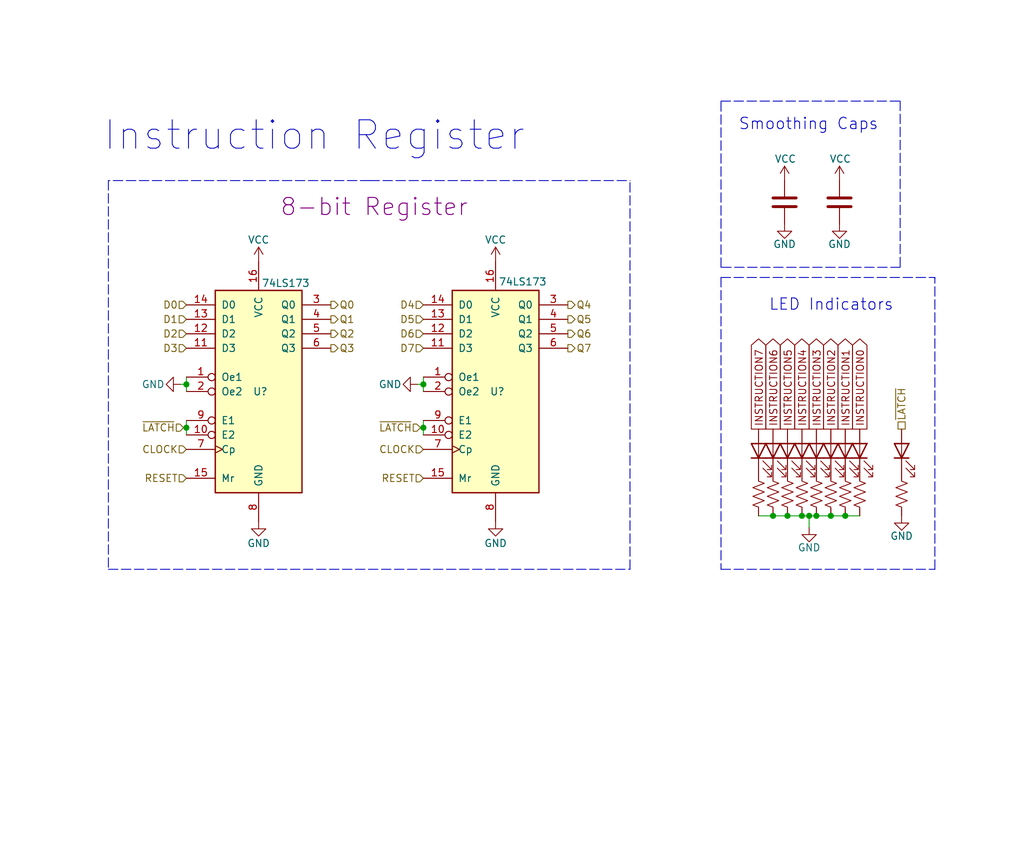
<source format=kicad_sch>
(kicad_sch (version 20211123) (generator eeschema)
  (paper "User" 180.01 148.006)
  (lib_symbols
    (symbol "74xx:74LS173" (pin_names (offset 1.016))
      (property "Reference" "U" (at -7.62 19.05 0))
      (property "Value" "74LS173" (at -7.62 -19.05 0))
      (symbol "74LS173_1_0"
        (pin input inverted (at -12.7 2.54 0) (length 5.08) (name "Oe1") (number "1"))
        (pin input inverted (at -12.7 -7.62 0) (length 5.08) (name "E2") (number "10"))
        (pin input line (at -12.7 7.62 0) (length 5.08) (name "D3") (number "11"))
        (pin input line (at -12.7 10.16 0) (length 5.08) (name "D2") (number "12"))
        (pin input line (at -12.7 12.7 0) (length 5.08) (name "D1") (number "13"))
        (pin input line (at -12.7 15.24 0) (length 5.08) (name "D0") (number "14"))
        (pin input line (at -12.7 -15.24 0) (length 5.08) (name "Mr") (number "15"))
        (pin power_in line (at 0 22.86 270) (length 5.08) (name "VCC") (number "16"))
        (pin input inverted (at -12.7 0 0) (length 5.08) (name "Oe2") (number "2"))
        (pin tri_state line (at 12.7 15.24 180) (length 5.08) (name "Q0") (number "3"))
        (pin tri_state line (at 12.7 12.7 180) (length 5.08) (name "Q1") (number "4"))
        (pin tri_state line (at 12.7 10.16 180) (length 5.08) (name "Q2") (number "5"))
        (pin tri_state line (at 12.7 7.62 180) (length 5.08) (name "Q3") (number "6"))
        (pin input clock (at -12.7 -10.16 0) (length 5.08) (name "Cp") (number "7"))
        (pin power_in line (at 0 -22.86 90) (length 5.08) (name "GND") (number "8"))
        (pin input inverted (at -12.7 -5.08 0) (length 5.08) (name "E1") (number "9"))
      )
      (symbol "74LS173_1_1"
        (rectangle (start -7.62 17.78) (end 7.62 -17.78) (stroke (width 0.254)) (fill (type background)))
      )
    )
    (symbol "Device:C" (pin_numbers hide) (pin_names (offset 0.254))
      (property "Reference" "C" (at 0.635 2.54 0))
      (property "Value" "C" (at 0.635 -2.54 0))
      (symbol "C_0_1"
        (polyline (pts (xy -2.032 -0.762) (xy 2.032 -0.762)) (stroke (width 0.508)))
        (polyline (pts (xy -2.032 0.762) (xy 2.032 0.762)) (stroke (width 0.508)))
      )
      (symbol "C_1_1"
        (pin passive line (at 0 3.81 270) (length 2.794) (name "~") (number "1"))
        (pin passive line (at 0 -3.81 90) (length 2.794) (name "~") (number "2"))
      )
    )
    (symbol "Device:LED" (pin_numbers hide) (pin_names (offset 1.016) hide)
      (property "Reference" "D" (at 0 2.54 0))
      (property "Value" "LED" (at 0 -2.54 0))
      (symbol "LED_0_1"
        (polyline (pts (xy -1.27 -1.27) (xy -1.27 1.27)) (stroke (width 0.254)))
        (polyline (pts (xy -1.27 0) (xy 1.27 0)))
        (polyline (pts (xy 1.27 -1.27) (xy 1.27 1.27) (xy -1.27 0) (xy 1.27 -1.27)) (stroke (width 0.254)))
        (polyline (pts (xy -3.048 -0.762) (xy -4.572 -2.286) (xy -3.81 -2.286) (xy -4.572 -2.286) (xy -4.572 -1.524)))
        (polyline (pts (xy -1.778 -0.762) (xy -3.302 -2.286) (xy -2.54 -2.286) (xy -3.302 -2.286) (xy -3.302 -1.524)))
      )
      (symbol "LED_1_1"
        (pin passive line (at -3.81 0 0) (length 2.54) (name "K") (number "1"))
        (pin passive line (at 3.81 0 180) (length 2.54) (name "A") (number "2"))
      )
    )
    (symbol "Device:R_US" (pin_numbers hide) (pin_names (offset 0))
      (property "Reference" "R" (at 2.54 0 90))
      (property "Value" "R_US" (at -2.54 0 90))
      (symbol "R_US_0_1"
        (polyline (pts (xy 0 -2.286) (xy 0 -2.54)))
        (polyline (pts (xy 0 2.286) (xy 0 2.54)))
        (polyline (pts (xy 0 -0.762) (xy 1.016 -1.143) (xy 0 -1.524) (xy -1.016 -1.905) (xy 0 -2.286)))
        (polyline (pts (xy 0 0.762) (xy 1.016 0.381) (xy 0 0) (xy -1.016 -0.381) (xy 0 -0.762)))
        (polyline (pts (xy 0 2.286) (xy 1.016 1.905) (xy 0 1.524) (xy -1.016 1.143) (xy 0 0.762)))
      )
      (symbol "R_US_1_1"
        (pin passive line (at 0 3.81 270) (length 1.27) (name "~") (number "1"))
        (pin passive line (at 0 -3.81 90) (length 1.27) (name "~") (number "2"))
      )
    )
    (symbol "power:GND" (power) (pin_names (offset 0))
      (property "Value" "GND" (at 0 -3.81 0))
      (symbol "GND_0_1"
        (polyline (pts (xy 0 0) (xy 0 -1.27) (xy 1.27 -1.27) (xy 0 -2.54) (xy -1.27 -1.27) (xy 0 -1.27)))
      )
      (symbol "GND_1_1"
        (pin power_in line (at 0 0 270) (length 0) hide (name "GND") (number "1"))
      )
    )
    (symbol "power:VCC" (power) (pin_names (offset 0))
      (property "Value" "VCC" (at 0 3.81 0))
      (symbol "VCC_0_1"
        (polyline (pts (xy -0.762 1.27) (xy 0 2.54)))
        (polyline (pts (xy 0 0) (xy 0 2.54)))
        (polyline (pts (xy 0 2.54) (xy 0.762 1.27)))
      )
      (symbol "VCC_1_1"
        (pin power_in line (at 0 0 90) (length 0) hide (name "VCC") (number "1"))
      )
    )
  )
  (junction (at 74.422 67.564))
  (junction (at 74.422 75.184))
  (junction (at 143.51 90.678))
  (junction (at 138.43 90.678))
  (junction (at 146.05 90.678))
  (junction (at 148.59 90.678))
  (junction (at 32.766 75.184))
  (junction (at 140.97 90.678))
  (junction (at 135.89 90.678))
  (junction (at 32.766 67.564))
  (junction (at 142.24 90.678))
  (wire (pts (xy 142.24 90.678) (xy 142.24 92.71)))
  (wire (pts (xy 143.51 90.678) (xy 146.05 90.678)))
  (polyline (pts (xy 126.746 48.768) (xy 164.338 48.768)))
  (wire (pts (xy 138.43 90.678) (xy 140.97 90.678)))
  (wire (pts (xy 135.89 90.678) (xy 138.43 90.678)))
  (polyline (pts (xy 126.746 48.768) (xy 126.746 100.076)))
  (polyline (pts (xy 126.746 46.99) (xy 126.746 17.78)))
  (wire (pts (xy 74.422 67.564) (xy 74.422 68.834)))
  (polyline (pts (xy 65.024 31.75) (xy 19.05 31.75)))
  (polyline (pts (xy 65.024 31.75) (xy 110.744 31.75)))
  (polyline (pts (xy 126.746 17.78) (xy 158.242 17.78)))
  (wire (pts (xy 148.59 90.678) (xy 151.13 90.678)))
  (polyline (pts (xy 164.338 48.768) (xy 164.338 49.022)))
  (wire (pts (xy 140.97 90.678) (xy 142.24 90.678)))
  (wire (pts (xy 73.406 67.564) (xy 74.422 67.564)))
  (wire (pts (xy 74.422 73.914) (xy 74.422 75.184)))
  (wire (pts (xy 146.05 90.678) (xy 148.59 90.678)))
  (polyline (pts (xy 19.05 31.75) (xy 19.05 100.076)))
  (polyline (pts (xy 126.746 100.076) (xy 164.338 100.076)))
  (wire (pts (xy 73.914 75.184) (xy 74.422 75.184)))
  (wire (pts (xy 32.766 73.914) (xy 32.766 75.184)))
  (wire (pts (xy 32.766 66.294) (xy 32.766 67.564)))
  (wire (pts (xy 74.422 66.294) (xy 74.422 67.564)))
  (wire (pts (xy 74.422 75.184) (xy 74.422 76.454)))
  (polyline (pts (xy 19.05 100.076) (xy 110.744 100.076)))
  (polyline (pts (xy 110.744 100.076) (xy 110.744 31.75)))
  (wire (pts (xy 32.258 75.184) (xy 32.766 75.184)))
  (wire (pts (xy 133.35 90.678) (xy 135.89 90.678)))
  (wire (pts (xy 31.75 67.564) (xy 32.766 67.564)))
  (wire (pts (xy 142.24 90.678) (xy 143.51 90.678)))
  (wire (pts (xy 32.766 75.184) (xy 32.766 76.454)))
  (polyline (pts (xy 158.242 17.78) (xy 158.242 46.99)))
  (wire (pts (xy 32.766 67.564) (xy 32.766 68.834)))
  (polyline (pts (xy 158.242 46.99) (xy 126.746 46.99)))
  (polyline (pts (xy 164.338 100.076) (xy 164.338 48.768)))
  (text "LED Indicators" (at 135.128 54.864 0) (effects (font (size 2 2)) (justify left bottom)))
  (text "Smoothing Caps" (at 129.794 23.114 0) (effects (font (size 2 2)) (justify left bottom)))
  (text "Instruction Register" (at 18.034 26.924 0) (effects (font (size 5 5)) (justify left bottom)))
  (global_label "INSTRUCTION0" (shape output) (at 151.13 75.438 90) (property "Intersheet References" "${INTERSHEET_REFS}" (effects hide)))
  (global_label "INSTRUCTION4" (shape output) (at 140.97 75.438 90) (property "Intersheet References" "${INTERSHEET_REFS}" (effects hide)))
  (global_label "INSTRUCTION3" (shape output) (at 143.51 75.438 90) (property "Intersheet References" "${INTERSHEET_REFS}" (effects hide)))
  (global_label "INSTRUCTION2" (shape output) (at 146.05 75.438 90) (property "Intersheet References" "${INTERSHEET_REFS}" (effects hide)))
  (global_label "INSTRUCTION5" (shape output) (at 138.43 75.438 90) (property "Intersheet References" "${INTERSHEET_REFS}" (effects hide)))
  (global_label "INSTRUCTION1" (shape output) (at 148.59 75.438 90) (property "Intersheet References" "${INTERSHEET_REFS}" (effects hide)))
  (global_label "INSTRUCTION6" (shape output) (at 135.89 75.438 90) (property "Intersheet References" "${INTERSHEET_REFS}" (effects hide)))
  (global_label "INSTRUCTION7" (shape output) (at 133.35 75.438 90) (property "Intersheet References" "${INTERSHEET_REFS}" (effects hide)))
  (hierarchical_label "D3" (shape input) (at 32.766 61.214 180))
  (hierarchical_label "D7" (shape input) (at 74.422 61.214 180))
  (hierarchical_label "Q2" (shape output) (at 58.166 58.674 0))
  (hierarchical_label "~{LATCH}" (shape input) (at 73.914 75.184 180))
  (hierarchical_label "Q4" (shape output) (at 99.822 53.594 0))
  (hierarchical_label "Q3" (shape output) (at 58.166 61.214 0))
  (hierarchical_label "Q6" (shape output) (at 99.822 58.674 0))
  (hierarchical_label "Q5" (shape output) (at 99.822 56.134 0))
  (hierarchical_label "D2" (shape input) (at 32.766 58.674 180))
  (hierarchical_label "Q7" (shape output) (at 99.822 61.214 0))
  (hierarchical_label "D4" (shape input) (at 74.422 53.594 180))
  (hierarchical_label "Q0" (shape output) (at 58.166 53.594 0))
  (hierarchical_label "~{LATCH}" (shape input) (at 32.258 75.184 180))
  (hierarchical_label "D6" (shape input) (at 74.422 58.674 180))
  (hierarchical_label "Q1" (shape output) (at 58.166 56.134 0))
  (hierarchical_label "D1" (shape input) (at 32.766 56.134 180))
  (hierarchical_label "CLOCK" (shape input) (at 74.422 78.994 180))
  (hierarchical_label "D5" (shape input) (at 74.422 56.134 180))
  (hierarchical_label "D0" (shape input) (at 32.766 53.594 180))
  (hierarchical_label "RESET" (shape input) (at 32.766 84.074 180))
  (hierarchical_label "~{LATCH}" (shape passive) (at 158.496 75.438 90))
  (hierarchical_label "RESET" (shape input) (at 74.422 84.074 180))
  (hierarchical_label "CLOCK" (shape input) (at 32.766 78.994 180))
  (symbol (lib_id "Device:C") (at 137.922 35.56 0)
    (property "Reference" "C?" (effects hide))
    (property "Value" "C" (effects hide))
    (property "Footprint" "Capacitor_SMD:C_0805_2012Metric" (effects hide))
  )
  (symbol (lib_id "Device:C") (at 147.574 35.56 0)
    (property "Reference" "C?" (effects hide))
    (property "Value" "C" (effects hide))
    (property "Footprint" "Capacitor_SMD:C_0805_2012Metric" (effects hide))
  )
  (symbol (lib_id "power:GND") (at 45.466 91.694 0)
    (property "Reference" "#PWR?" (effects hide))
    (property "Value" "GND" (at 45.466 95.504 0))
  )
  (symbol (lib_id "Device:LED") (at 148.59 79.248 90)
    (property "Reference" "D?" (effects hide))
    (property "Value" "LED" (effects hide))
    (property "Footprint" "LED_SMD:LED_0805_2012Metric" (effects hide))
  )
  (symbol (lib_id "power:GND") (at 147.574 39.37 0)
    (property "Reference" "#PWR?" (effects hide))
    (property "Value" "GND" (at 147.574 42.926 0))
  )
  (symbol (lib_id "Device:R_US") (at 143.51 86.868 0)
    (property "Reference" "R?" (effects hide))
    (property "Value" "R_US" (effects hide))
    (property "Footprint" "Resistor_SMD:R_0805_2012Metric" (effects hide))
  )
  (symbol (lib_id "Device:LED") (at 135.89 79.248 90)
    (property "Reference" "D?" (effects hide))
    (property "Value" "LED" (effects hide))
    (property "Footprint" "LED_SMD:LED_0805_2012Metric" (effects hide))
  )
  (symbol (lib_id "Device:R_US") (at 140.97 86.868 0)
    (property "Reference" "R?" (effects hide))
    (property "Value" "R_US" (effects hide))
    (property "Footprint" "Resistor_SMD:R_0805_2012Metric" (effects hide))
  )
  (symbol (lib_id "power:VCC") (at 147.574 31.75 0)
    (property "Reference" "#PWR?" (effects hide))
    (property "Value" "VCC" (at 145.796 27.94 0) (effects (justify left)))
  )
  (symbol (lib_id "74xx:74LS173") (at 87.122 68.834 0)
    (property "Reference" "U?" (at 86.106 68.834 0) (effects (justify left)))
    (property "Value" "74LS173" (at 87.63 49.53 0) (effects (justify left)))
    (property "Footprint" "Package_SO:SOIC-16_3.9x9.9mm_P1.27mm" (effects hide))
    (property "Datasheet" "http://www.ti.com/lit/gpn/sn74LS173" (effects hide))
  )
  (symbol (lib_id "Device:R_US") (at 133.35 86.868 0)
    (property "Reference" "R?" (effects hide))
    (property "Value" "R_US" (effects hide))
    (property "Footprint" "Resistor_SMD:R_0805_2012Metric" (effects hide))
  )
  (symbol (lib_id "Device:LED") (at 140.97 79.248 90)
    (property "Reference" "D?" (effects hide))
    (property "Value" "LED" (effects hide))
    (property "Footprint" "LED_SMD:LED_0805_2012Metric" (effects hide))
  )
  (symbol (lib_id "Device:R_US") (at 151.13 86.868 0)
    (property "Reference" "R?" (effects hide))
    (property "Value" "R_US" (effects hide))
    (property "Footprint" "Resistor_SMD:R_0805_2012Metric" (effects hide))
  )
  (symbol (lib_id "power:GND") (at 73.406 67.564 270)
    (property "Reference" "#PWR?" (effects hide))
    (property "Value" "GND" (at 68.58 67.564 90))
  )
  (symbol (lib_id "Device:LED") (at 158.496 79.248 90)
    (property "Reference" "D?" (effects hide))
    (property "Value" "LED" (effects hide))
    (property "Footprint" "LED_SMD:LED_0805_2012Metric" (effects hide))
  )
  (symbol (lib_id "power:GND") (at 31.75 67.564 270)
    (property "Reference" "#PWR?" (effects hide))
    (property "Value" "GND" (at 26.924 67.564 90))
  )
  (symbol (lib_id "Device:R_US") (at 158.496 86.868 0)
    (property "Reference" "R?" (effects hide))
    (property "Value" "R_US" (effects hide))
    (property "Footprint" "Resistor_SMD:R_0805_2012Metric" (effects hide))
  )
  (symbol (lib_id "74xx:74LS173") (at 45.466 68.834 0)
    (property "Reference" "U?" (at 44.45 68.834 0) (effects (justify left)))
    (property "Value" "74LS173" (at 45.974 49.784 0) (effects (justify left)))
    (property "Footprint" "Package_SO:SOIC-16_3.9x9.9mm_P1.27mm" (effects hide))
    (property "Datasheet" "http://www.ti.com/lit/gpn/sn74LS173" (effects hide))
    (property "Field4" "8-bit Register" (at 65.786 36.322 0) (effects (font (size 3 3))))
  )
  (symbol (lib_id "Device:LED") (at 138.43 79.248 90)
    (property "Reference" "D?" (effects hide))
    (property "Value" "LED" (effects hide))
    (property "Footprint" "LED_SMD:LED_0805_2012Metric" (effects hide))
  )
  (symbol (lib_id "power:GND") (at 158.496 90.678 0)
    (property "Reference" "#PWR?" (effects hide))
    (property "Value" "GND" (at 158.496 94.234 0))
  )
  (symbol (lib_id "power:GND") (at 137.922 39.37 0)
    (property "Reference" "#PWR?" (effects hide))
    (property "Value" "GND" (at 137.922 42.926 0))
  )
  (symbol (lib_id "power:GND") (at 87.122 91.694 0)
    (property "Reference" "#PWR?" (effects hide))
    (property "Value" "GND" (at 87.122 95.504 0))
  )
  (symbol (lib_id "Device:R_US") (at 146.05 86.868 0)
    (property "Reference" "R?" (effects hide))
    (property "Value" "R_US" (effects hide))
    (property "Footprint" "Resistor_SMD:R_0805_2012Metric" (effects hide))
  )
  (symbol (lib_id "power:VCC") (at 87.122 45.974 0)
    (property "Reference" "#PWR?" (effects hide))
    (property "Value" "VCC" (at 87.122 42.164 0))
  )
  (symbol (lib_id "Device:LED") (at 133.35 79.248 90)
    (property "Reference" "D?" (effects hide))
    (property "Value" "LED" (effects hide))
    (property "Footprint" "LED_SMD:LED_0805_2012Metric" (effects hide))
  )
  (symbol (lib_id "Device:LED") (at 151.13 79.248 90)
    (property "Reference" "D?" (effects hide))
    (property "Value" "LED" (effects hide))
    (property "Footprint" "LED_SMD:LED_0805_2012Metric" (effects hide))
  )
  (symbol (lib_id "Device:R_US") (at 138.43 86.868 0)
    (property "Reference" "R?" (effects hide))
    (property "Value" "R_US" (effects hide))
    (property "Footprint" "Resistor_SMD:R_0805_2012Metric" (effects hide))
  )
  (symbol (lib_id "Device:LED") (at 146.05 79.248 90)
    (property "Reference" "D?" (effects hide))
    (property "Value" "LED" (effects hide))
    (property "Footprint" "LED_SMD:LED_0805_2012Metric" (effects hide))
  )
  (symbol (lib_id "Device:LED") (at 143.51 79.248 90)
    (property "Reference" "D?" (effects hide))
    (property "Value" "LED" (effects hide))
    (property "Footprint" "LED_SMD:LED_0805_2012Metric" (effects hide))
  )
  (symbol (lib_id "Device:R_US") (at 148.59 86.868 0)
    (property "Reference" "R?" (effects hide))
    (property "Value" "R_US" (effects hide))
    (property "Footprint" "Resistor_SMD:R_0805_2012Metric" (effects hide))
  )
  (symbol (lib_id "power:VCC") (at 45.466 45.974 0)
    (property "Reference" "#PWR?" (effects hide))
    (property "Value" "VCC" (at 45.466 42.164 0))
  )
  (symbol (lib_id "Device:R_US") (at 135.89 86.868 0)
    (property "Reference" "R?" (effects hide))
    (property "Value" "R_US" (effects hide))
    (property "Footprint" "Resistor_SMD:R_0805_2012Metric" (effects hide))
  )
  (symbol (lib_id "power:GND") (at 142.24 92.71 0)
    (property "Reference" "#PWR?" (effects hide))
    (property "Value" "GND" (at 142.24 96.266 0))
  )
  (symbol (lib_id "power:VCC") (at 137.922 31.75 0)
    (property "Reference" "#PWR?" (effects hide))
    (property "Value" "VCC" (at 136.144 27.94 0) (effects (justify left)))
  )
)
</source>
